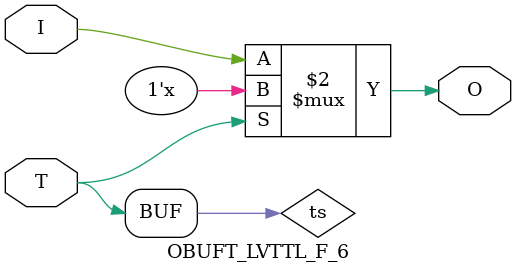
<source format=v>

/*

FUNCTION	: TRI-STATE OUTPUT BUFFER

*/

`celldefine
`timescale  100 ps / 10 ps

module OBUFT_LVTTL_F_6 (O, I, T);

    output O;

    input  I, T;

    or O1 (ts, 1'b0, T);
    bufif0 T1 (O, I, ts);

endmodule

</source>
